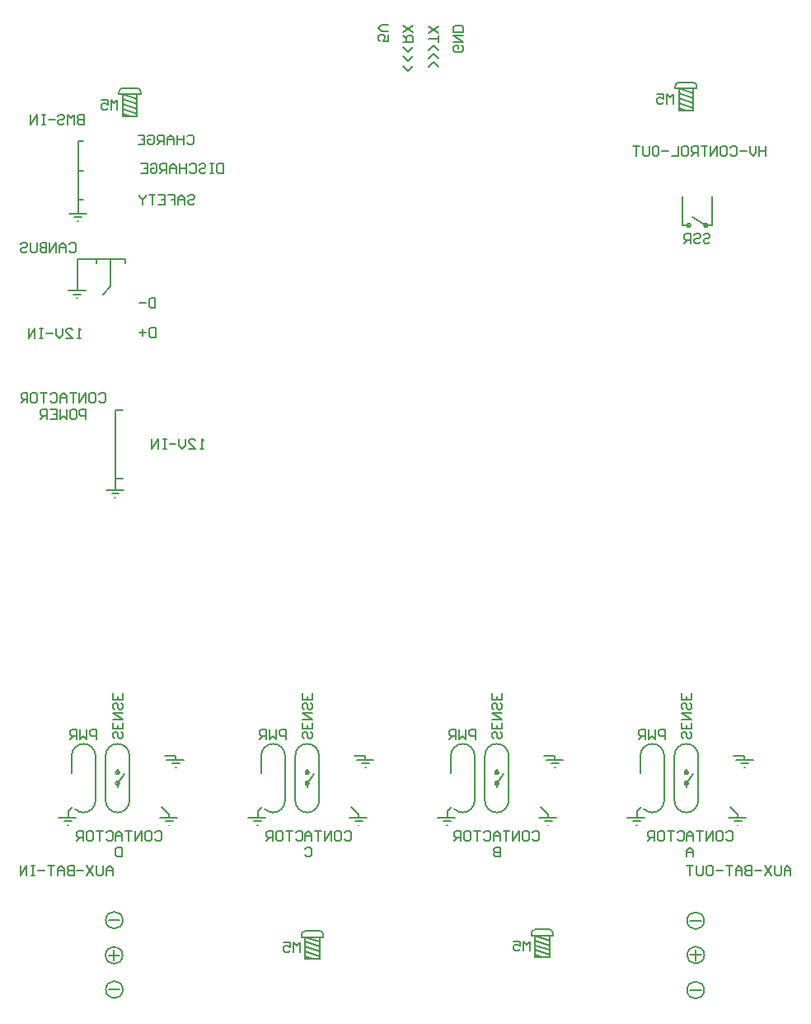
<source format=gbo>
G04 Layer_Color=32896*
%FSLAX25Y25*%
%MOIN*%
G70*
G01*
G75*
%ADD76C,0.00787*%
%ADD143C,0.00787*%
D76*
X278131Y185531D02*
G03*
X278131Y185531I-769J0D01*
G01*
X278131Y181201D02*
G03*
X278131Y181201I-769J0D01*
G01*
X431477Y185531D02*
G03*
X431477Y185531I-769J0D01*
G01*
X431477Y181201D02*
G03*
X431477Y181201I-769J0D01*
G01*
X508151Y185531D02*
G03*
X508151Y185531I-769J0D01*
G01*
X508151Y181201D02*
G03*
X508151Y181201I-769J0D01*
G01*
X493603Y169390D02*
G03*
X498425Y174213I0J4823D01*
G01*
X490242Y170782D02*
G03*
X493603Y169390I3360J3360D01*
G01*
X498425Y192323D02*
G03*
X493603Y197146I-4823J0D01*
G01*
X493603D02*
G03*
X488780Y192323I0J-4823D01*
G01*
X507382Y197146D02*
G03*
X502559Y192323I0J-4823D01*
G01*
X512205D02*
G03*
X507382Y197146I-4823J0D01*
G01*
Y169390D02*
G03*
X512205Y174213I0J4823D01*
G01*
X502559D02*
G03*
X507382Y169390I4823J0D01*
G01*
X416929D02*
G03*
X421752Y174213I0J4823D01*
G01*
X413569Y170782D02*
G03*
X416929Y169390I3360J3360D01*
G01*
X421752Y192323D02*
G03*
X416929Y197146I-4823J0D01*
G01*
X416929D02*
G03*
X412106Y192323I0J-4823D01*
G01*
X430709Y197146D02*
G03*
X425886Y192323I0J-4823D01*
G01*
X435532D02*
G03*
X430709Y197146I-4823J0D01*
G01*
Y169390D02*
G03*
X435532Y174213I0J4823D01*
G01*
X425886D02*
G03*
X430709Y169390I4823J0D01*
G01*
X354804Y181201D02*
G03*
X354804Y181201I-769J0D01*
G01*
X354804Y185531D02*
G03*
X354804Y185531I-769J0D01*
G01*
X340256Y169390D02*
G03*
X345079Y174213I0J4823D01*
G01*
X336895Y170782D02*
G03*
X340256Y169390I3360J3360D01*
G01*
X345079Y192323D02*
G03*
X340256Y197146I-4823J0D01*
G01*
X340256D02*
G03*
X335433Y192323I0J-4823D01*
G01*
X354035Y197146D02*
G03*
X349213Y192323I0J-4823D01*
G01*
X358858D02*
G03*
X354035Y197146I-4823J0D01*
G01*
Y169390D02*
G03*
X358858Y174213I0J4823D01*
G01*
X349213D02*
G03*
X354035Y169390I4823J0D01*
G01*
X272539Y174213D02*
G03*
X277362Y169390I4823J0D01*
G01*
X277362D02*
G03*
X282185Y174213I0J4823D01*
G01*
Y192323D02*
G03*
X277362Y197146I-4823J0D01*
G01*
X277362D02*
G03*
X272539Y192323I0J-4823D01*
G01*
X263583Y197146D02*
G03*
X258760Y192323I0J-4823D01*
G01*
X268406D02*
G03*
X263583Y197146I-4823J0D01*
G01*
X260222Y170782D02*
G03*
X263583Y169390I3360J3360D01*
G01*
D02*
G03*
X268406Y174213I0J4823D01*
G01*
X286713Y460532D02*
G03*
X285236Y462008I-1476J0D01*
G01*
X279429D02*
G03*
X277953Y460532I0J-1476D01*
G01*
X511614Y462795D02*
G03*
X510138Y464272I-1476J0D01*
G01*
X504331D02*
G03*
X502854Y462795I0J-1476D01*
G01*
X360569Y120079D02*
G03*
X359093Y121555I-1476J0D01*
G01*
X353286D02*
G03*
X351810Y120079I0J-1476D01*
G01*
X446161Y122146D02*
G03*
X444685Y120669I0J-1476D01*
G01*
X453445Y120669D02*
G03*
X451968Y122146I-1476J0D01*
G01*
X279370Y111713D02*
G03*
X279370Y111713I-3445J0D01*
G01*
X279468Y97834D02*
G03*
X279468Y97834I-3445J0D01*
G01*
Y125886D02*
G03*
X279468Y125886I-3445J0D01*
G01*
X514567Y97638D02*
G03*
X514567Y97638I-3445J0D01*
G01*
Y125689D02*
G03*
X514567Y125689I-3445J0D01*
G01*
X514665Y111811D02*
G03*
X514665Y111811I-3445J0D01*
G01*
X509135Y406595D02*
G03*
X509135Y406595I-769J0D01*
G01*
X516025D02*
G03*
X516025Y406595I-769J0D01*
G01*
X261319Y416831D02*
X263386D01*
X261319Y428642D02*
X263386D01*
X300738Y187697D02*
X301033D01*
X299459Y189272D02*
X302411D01*
X297293Y190748D02*
X304281D01*
X300787D02*
Y192323D01*
X296555D02*
X300787D01*
X377411Y187697D02*
X377707D01*
X376132Y189272D02*
X379085D01*
X373967Y190748D02*
X380955D01*
X377461D02*
Y192323D01*
X373228D02*
X377461D01*
X454085Y187697D02*
X454380D01*
X452805Y189272D02*
X455758D01*
X450640Y190748D02*
X457628D01*
X454134D02*
Y192323D01*
X449902D02*
X454134D01*
X277362Y179527D02*
Y181201D01*
X280020Y185039D01*
X277362Y185531D02*
Y187106D01*
X430709Y179527D02*
Y181201D01*
X433366Y185039D01*
X430709Y185531D02*
Y187106D01*
X507382Y179527D02*
Y181201D01*
X510039Y185039D01*
X507382Y185531D02*
Y187106D01*
X354035Y185531D02*
Y187106D01*
X483612Y167323D02*
X490600D01*
X485778Y165847D02*
X488730D01*
X487057Y164272D02*
X487352D01*
X493603Y169390D02*
X493603D01*
X493603D02*
X493603D01*
X493603Y197146D02*
X493603D01*
X498425Y174213D02*
Y192323D01*
X488780Y185433D02*
Y192323D01*
X512205Y174213D02*
Y192323D01*
X507382Y169390D02*
X507382D01*
X502559Y174213D02*
Y192323D01*
X487402Y167323D02*
Y169980D01*
X489173Y171752D01*
X406939Y167323D02*
X413927D01*
X409104Y165847D02*
X412057D01*
X410384Y164272D02*
X410679D01*
X416929Y169390D02*
X416929D01*
X416929D02*
X416929D01*
X416929Y197146D02*
X416929D01*
X421752Y174213D02*
Y192323D01*
X412106Y185433D02*
Y192323D01*
X435532Y174213D02*
Y192323D01*
X430709Y169390D02*
X430709D01*
X425886Y174213D02*
Y192323D01*
X410728Y167323D02*
Y169980D01*
X412500Y171752D01*
X354036Y181201D02*
X356693Y185039D01*
X354036Y179527D02*
Y181201D01*
X330266Y167323D02*
X337254D01*
X332431Y165847D02*
X335384D01*
X333711Y164272D02*
X334006D01*
X340256Y169390D02*
X340256D01*
X340256D02*
X340256D01*
X340256Y197146D02*
X340256D01*
X345079Y174213D02*
Y192323D01*
X335433Y185433D02*
Y192323D01*
X358858Y174213D02*
Y192323D01*
X354035Y169390D02*
X354035D01*
X349213Y174213D02*
Y192323D01*
X334055Y167323D02*
Y169980D01*
X335827Y171752D01*
X257382Y169980D02*
X259154Y171752D01*
X257382Y167323D02*
Y169980D01*
X272539Y174213D02*
Y192323D01*
X277362Y169390D02*
X277362D01*
X282185Y174213D02*
Y192323D01*
X258760Y185433D02*
Y192323D01*
X268406Y174213D02*
Y192323D01*
X263583Y197146D02*
X263583D01*
X263583Y169390D02*
X263583D01*
X263583D02*
X263583D01*
X276378Y304429D02*
X279429D01*
X276378Y331988D02*
X279429D01*
X279429Y451673D02*
X282333Y450689D01*
X504331Y453937D02*
X507234Y452953D01*
X353286Y111221D02*
X356189Y110236D01*
X446161Y111811D02*
X449065Y110827D01*
X279429Y462008D02*
X285236D01*
X286713Y459547D02*
Y460532D01*
X277953Y459547D02*
Y460532D01*
Y459547D02*
X286713D01*
X285236Y450689D02*
Y459547D01*
X279429Y450689D02*
Y459547D01*
Y450689D02*
X285236D01*
X279429Y459547D02*
X285236Y457579D01*
X279429D02*
X285236Y455610D01*
X279429D02*
X285236Y453642D01*
X279429D02*
X285236Y451673D01*
X504331Y464272D02*
X510138D01*
X511614Y461811D02*
Y462795D01*
X502854Y461811D02*
Y462795D01*
Y461811D02*
X511614D01*
X510138Y452953D02*
Y461811D01*
X504331Y452953D02*
Y461811D01*
Y452953D02*
X510138D01*
X504331Y461811D02*
X510138Y459842D01*
X504331D02*
X510138Y457874D01*
X504331D02*
X510138Y455905D01*
X504331D02*
X510138Y453937D01*
X353286Y121555D02*
X359093D01*
X360569Y119095D02*
Y120079D01*
X351810Y119095D02*
Y120079D01*
Y119095D02*
X360569D01*
X359093Y110236D02*
Y119095D01*
X353286Y110236D02*
Y119095D01*
Y110236D02*
X359093D01*
X353286Y119095D02*
X359093Y117126D01*
X353286D02*
X359093Y115157D01*
X353286D02*
X359093Y113189D01*
X353286D02*
X359093Y111221D01*
X446161Y113779D02*
X451968Y111811D01*
X446161Y115748D02*
X451968Y113779D01*
X446161Y117717D02*
X451968Y115748D01*
X446161Y119685D02*
X451968Y117717D01*
X446161Y110827D02*
X451968D01*
X446161D02*
Y119685D01*
X451968Y110827D02*
Y119685D01*
X444685D02*
X453445D01*
X444685D02*
Y120669D01*
X453445Y119685D02*
Y120669D01*
X446161Y122146D02*
X451968D01*
X257037Y164272D02*
X257333D01*
X255758Y165847D02*
X258711D01*
X253592Y167323D02*
X260581D01*
X297982Y164272D02*
X298277D01*
X296703Y165847D02*
X299655D01*
X294537Y167323D02*
X301525D01*
X298031D02*
Y168602D01*
X295079Y171555D02*
X298031Y168602D01*
X374656Y164272D02*
X374951D01*
X373376Y165847D02*
X376329D01*
X371211Y167323D02*
X378199D01*
X374705D02*
Y168602D01*
X371752Y171555D02*
X374705Y168602D01*
X451329Y164272D02*
X451624D01*
X450049Y165847D02*
X453002D01*
X447884Y167323D02*
X454872D01*
X451378D02*
Y168602D01*
X448425Y171555D02*
X451378Y168602D01*
X526575Y192323D02*
X530807D01*
Y190748D02*
Y192323D01*
X527313Y190748D02*
X534301D01*
X529478Y189272D02*
X532431D01*
X530758Y187697D02*
X531053D01*
X525098Y171555D02*
X528051Y168602D01*
Y167323D02*
Y168602D01*
X524557Y167323D02*
X531545D01*
X526722Y165847D02*
X529675D01*
X528002Y164272D02*
X528297D01*
X273661Y111713D02*
X278189D01*
X275925Y109449D02*
Y113976D01*
X273760Y97834D02*
X278287D01*
X273760Y125886D02*
X278287D01*
X508858Y97638D02*
X513386D01*
X508858Y125689D02*
X513386D01*
X511221Y109547D02*
Y114075D01*
X508957Y111811D02*
X513484D01*
X276378Y299705D02*
Y331988D01*
X276279Y296555D02*
X276575D01*
X275000Y298130D02*
X277953D01*
X272835Y299606D02*
X279823D01*
X509646Y409842D02*
X515256Y406595D01*
X505709D02*
X508366D01*
X515256D02*
X517913D01*
X505709D02*
Y418209D01*
X517913Y406595D02*
Y418209D01*
X268701Y391437D02*
Y392815D01*
X280512Y391437D02*
Y392815D01*
X274606D02*
X280512D01*
X261024Y380217D02*
Y392815D01*
X274606D01*
Y381791D02*
Y392815D01*
X271358Y378543D02*
X274606Y381791D01*
X257382Y380217D02*
X264370D01*
X259547Y378740D02*
X262500D01*
X260827Y377165D02*
X261122D01*
X261221Y408366D02*
X261516D01*
X259941Y409941D02*
X262894D01*
X257776Y411417D02*
X264764D01*
X261319D02*
Y440453D01*
X263386D01*
X445112Y161369D02*
X445768Y162025D01*
X447080D01*
X447736Y161369D01*
Y158745D01*
X447080Y158089D01*
X445768D01*
X445112Y158745D01*
X441833Y162025D02*
X443145D01*
X443800Y161369D01*
Y158745D01*
X443145Y158089D01*
X441833D01*
X441177Y158745D01*
Y161369D01*
X441833Y162025D01*
X439865Y158089D02*
Y162025D01*
X437241Y158089D01*
Y162025D01*
X435929D02*
X433305D01*
X434617D01*
Y158089D01*
X431993D02*
Y160713D01*
X430681Y162025D01*
X429369Y160713D01*
Y158089D01*
Y160057D01*
X431993D01*
X425434Y161369D02*
X426090Y162025D01*
X427402D01*
X428057Y161369D01*
Y158745D01*
X427402Y158089D01*
X426090D01*
X425434Y158745D01*
X424122Y162025D02*
X421498D01*
X422810D01*
Y158089D01*
X418218Y162025D02*
X419530D01*
X420186Y161369D01*
Y158745D01*
X419530Y158089D01*
X418218D01*
X417562Y158745D01*
Y161369D01*
X418218Y162025D01*
X416250Y158089D02*
Y162025D01*
X414282D01*
X413626Y161369D01*
Y160057D01*
X414282Y159401D01*
X416250D01*
X414938D02*
X413626Y158089D01*
X431993Y155412D02*
Y151476D01*
X430025D01*
X429369Y152132D01*
Y152788D01*
X430025Y153444D01*
X431993D01*
X430025D01*
X429369Y154100D01*
Y154756D01*
X430025Y155412D01*
X431993D01*
X292356Y161369D02*
X293012Y162025D01*
X294324D01*
X294980Y161369D01*
Y158745D01*
X294324Y158089D01*
X293012D01*
X292356Y158745D01*
X289077Y162025D02*
X290389D01*
X291045Y161369D01*
Y158745D01*
X290389Y158089D01*
X289077D01*
X288421Y158745D01*
Y161369D01*
X289077Y162025D01*
X287109Y158089D02*
Y162025D01*
X284485Y158089D01*
Y162025D01*
X283173D02*
X280549D01*
X281861D01*
Y158089D01*
X279237D02*
Y160713D01*
X277925Y162025D01*
X276613Y160713D01*
Y158089D01*
Y160057D01*
X279237D01*
X272678Y161369D02*
X273334Y162025D01*
X274646D01*
X275302Y161369D01*
Y158745D01*
X274646Y158089D01*
X273334D01*
X272678Y158745D01*
X271366Y162025D02*
X268742D01*
X270054D01*
Y158089D01*
X265462Y162025D02*
X266774D01*
X267430Y161369D01*
Y158745D01*
X266774Y158089D01*
X265462D01*
X264806Y158745D01*
Y161369D01*
X265462Y162025D01*
X263494Y158089D02*
Y162025D01*
X261526D01*
X260871Y161369D01*
Y160057D01*
X261526Y159401D01*
X263494D01*
X262182D02*
X260871Y158089D01*
X279237Y155412D02*
Y151476D01*
X277270D01*
X276613Y152132D01*
Y154756D01*
X277270Y155412D01*
X279237D01*
X523360Y161369D02*
X524016Y162025D01*
X525328D01*
X525984Y161369D01*
Y158745D01*
X525328Y158089D01*
X524016D01*
X523360Y158745D01*
X520081Y162025D02*
X521393D01*
X522049Y161369D01*
Y158745D01*
X521393Y158089D01*
X520081D01*
X519425Y158745D01*
Y161369D01*
X520081Y162025D01*
X518113Y158089D02*
Y162025D01*
X515489Y158089D01*
Y162025D01*
X514177D02*
X511553D01*
X512865D01*
Y158089D01*
X510241D02*
Y160713D01*
X508929Y162025D01*
X507618Y160713D01*
Y158089D01*
Y160057D01*
X510241D01*
X503682Y161369D02*
X504338Y162025D01*
X505650D01*
X506306Y161369D01*
Y158745D01*
X505650Y158089D01*
X504338D01*
X503682Y158745D01*
X502370Y162025D02*
X499746D01*
X501058D01*
Y158089D01*
X496466Y162025D02*
X497778D01*
X498434Y161369D01*
Y158745D01*
X497778Y158089D01*
X496466D01*
X495810Y158745D01*
Y161369D01*
X496466Y162025D01*
X494498Y158089D02*
Y162025D01*
X492530D01*
X491875Y161369D01*
Y160057D01*
X492530Y159401D01*
X494498D01*
X493186D02*
X491875Y158089D01*
X510241Y151476D02*
Y154100D01*
X508929Y155412D01*
X507618Y154100D01*
Y151476D01*
Y153444D01*
X510241D01*
X514308Y402591D02*
X514964Y403247D01*
X516276D01*
X516932Y402591D01*
Y401935D01*
X516276Y401279D01*
X514964D01*
X514308Y400623D01*
Y399967D01*
X514964Y399311D01*
X516276D01*
X516932Y399967D01*
X510372Y402591D02*
X511028Y403247D01*
X512340D01*
X512996Y402591D01*
Y401935D01*
X512340Y401279D01*
X511028D01*
X510372Y400623D01*
Y399967D01*
X511028Y399311D01*
X512340D01*
X512996Y399967D01*
X509060Y399311D02*
Y403247D01*
X507092D01*
X506436Y402591D01*
Y401279D01*
X507092Y400623D01*
X509060D01*
X507748D02*
X506436Y399311D01*
X369030Y161369D02*
X369686Y162025D01*
X370998D01*
X371654Y161369D01*
Y158745D01*
X370998Y158089D01*
X369686D01*
X369030Y158745D01*
X365750Y162025D02*
X367062D01*
X367718Y161369D01*
Y158745D01*
X367062Y158089D01*
X365750D01*
X365094Y158745D01*
Y161369D01*
X365750Y162025D01*
X363782Y158089D02*
Y162025D01*
X361158Y158089D01*
Y162025D01*
X359846D02*
X357223D01*
X358534D01*
Y158089D01*
X355911D02*
Y160713D01*
X354599Y162025D01*
X353287Y160713D01*
Y158089D01*
Y160057D01*
X355911D01*
X349351Y161369D02*
X350007Y162025D01*
X351319D01*
X351975Y161369D01*
Y158745D01*
X351319Y158089D01*
X350007D01*
X349351Y158745D01*
X348039Y162025D02*
X345415D01*
X346727D01*
Y158089D01*
X342136Y162025D02*
X343447D01*
X344103Y161369D01*
Y158745D01*
X343447Y158089D01*
X342136D01*
X341480Y158745D01*
Y161369D01*
X342136Y162025D01*
X340168Y158089D02*
Y162025D01*
X338200D01*
X337544Y161369D01*
Y160057D01*
X338200Y159401D01*
X340168D01*
X338856D02*
X337544Y158089D01*
X353287Y154756D02*
X353943Y155412D01*
X355255D01*
X355911Y154756D01*
Y152132D01*
X355255Y151476D01*
X353943D01*
X353287Y152132D01*
X269817Y338239D02*
X270473Y338895D01*
X271785D01*
X272441Y338239D01*
Y335615D01*
X271785Y334959D01*
X270473D01*
X269817Y335615D01*
X266537Y338895D02*
X267849D01*
X268505Y338239D01*
Y335615D01*
X267849Y334959D01*
X266537D01*
X265881Y335615D01*
Y338239D01*
X266537Y338895D01*
X264569Y334959D02*
Y338895D01*
X261946Y334959D01*
Y338895D01*
X260634D02*
X258010D01*
X259322D01*
Y334959D01*
X256698D02*
Y337583D01*
X255386Y338895D01*
X254074Y337583D01*
Y334959D01*
Y336927D01*
X256698D01*
X250138Y338239D02*
X250794Y338895D01*
X252106D01*
X252762Y338239D01*
Y335615D01*
X252106Y334959D01*
X250794D01*
X250138Y335615D01*
X248827Y338895D02*
X246203D01*
X247515D01*
Y334959D01*
X242923Y338895D02*
X244235D01*
X244891Y338239D01*
Y335615D01*
X244235Y334959D01*
X242923D01*
X242267Y335615D01*
Y338239D01*
X242923Y338895D01*
X240955Y334959D02*
Y338895D01*
X238987D01*
X238331Y338239D01*
Y336927D01*
X238987Y336271D01*
X240955D01*
X239643D02*
X238331Y334959D01*
X264569Y328346D02*
Y332282D01*
X262602D01*
X261946Y331626D01*
Y330314D01*
X262602Y329658D01*
X264569D01*
X258666Y332282D02*
X259978D01*
X260634Y331626D01*
Y329002D01*
X259978Y328346D01*
X258666D01*
X258010Y329002D01*
Y331626D01*
X258666Y332282D01*
X256698D02*
Y328346D01*
X255386Y329658D01*
X254074Y328346D01*
Y332282D01*
X250138D02*
X252762D01*
Y328346D01*
X250138D01*
X252762Y330314D02*
X251450D01*
X248827Y328346D02*
Y332282D01*
X246859D01*
X246203Y331626D01*
Y330314D01*
X246859Y329658D01*
X248827D01*
X247515D02*
X246203Y328346D01*
X278673Y201836D02*
X279329Y201181D01*
Y199869D01*
X278673Y199213D01*
X278017D01*
X277361Y199869D01*
Y201181D01*
X276706Y201836D01*
X276050D01*
X275394Y201181D01*
Y199869D01*
X276050Y199213D01*
X279329Y205772D02*
Y203148D01*
X275394D01*
Y205772D01*
X277361Y203148D02*
Y204460D01*
X275394Y207084D02*
X279329D01*
X275394Y209708D01*
X279329D01*
X278673Y213644D02*
X279329Y212988D01*
Y211676D01*
X278673Y211020D01*
X278017D01*
X277361Y211676D01*
Y212988D01*
X276706Y213644D01*
X276050D01*
X275394Y212988D01*
Y211676D01*
X276050Y211020D01*
X279329Y217579D02*
Y214955D01*
X275394D01*
Y217579D01*
X277361Y214955D02*
Y216267D01*
X355347Y201836D02*
X356003Y201181D01*
Y199869D01*
X355347Y199213D01*
X354691D01*
X354035Y199869D01*
Y201181D01*
X353379Y201836D01*
X352723D01*
X352067Y201181D01*
Y199869D01*
X352723Y199213D01*
X356003Y205772D02*
Y203148D01*
X352067D01*
Y205772D01*
X354035Y203148D02*
Y204460D01*
X352067Y207084D02*
X356003D01*
X352067Y209708D01*
X356003D01*
X355347Y213644D02*
X356003Y212988D01*
Y211676D01*
X355347Y211020D01*
X354691D01*
X354035Y211676D01*
Y212988D01*
X353379Y213644D01*
X352723D01*
X352067Y212988D01*
Y211676D01*
X352723Y211020D01*
X356003Y217579D02*
Y214955D01*
X352067D01*
Y217579D01*
X354035Y214955D02*
Y216267D01*
X432020Y201836D02*
X432676Y201181D01*
Y199869D01*
X432020Y199213D01*
X431364D01*
X430708Y199869D01*
Y201181D01*
X430052Y201836D01*
X429396D01*
X428740Y201181D01*
Y199869D01*
X429396Y199213D01*
X432676Y205772D02*
Y203148D01*
X428740D01*
Y205772D01*
X430708Y203148D02*
Y204460D01*
X428740Y207084D02*
X432676D01*
X428740Y209708D01*
X432676D01*
X432020Y213644D02*
X432676Y212988D01*
Y211676D01*
X432020Y211020D01*
X431364D01*
X430708Y211676D01*
Y212988D01*
X430052Y213644D01*
X429396D01*
X428740Y212988D01*
Y211676D01*
X429396Y211020D01*
X432676Y217579D02*
Y214955D01*
X428740D01*
Y217579D01*
X430708Y214955D02*
Y216267D01*
X277264Y453346D02*
Y457282D01*
X275952Y455970D01*
X274640Y457282D01*
Y453346D01*
X270704Y457282D02*
X273328D01*
Y455314D01*
X272016Y455970D01*
X271360D01*
X270704Y455314D01*
Y454002D01*
X271360Y453346D01*
X272672D01*
X273328Y454002D01*
X502165Y455610D02*
Y459546D01*
X500853Y458234D01*
X499542Y459546D01*
Y455610D01*
X495606Y459546D02*
X498230D01*
Y457578D01*
X496918Y458234D01*
X496262D01*
X495606Y457578D01*
Y456266D01*
X496262Y455610D01*
X497574D01*
X498230Y456266D01*
X351121Y112894D02*
Y116829D01*
X349809Y115517D01*
X348497Y116829D01*
Y112894D01*
X344561Y116829D02*
X347185D01*
Y114862D01*
X345873Y115517D01*
X345217D01*
X344561Y114862D01*
Y113550D01*
X345217Y112894D01*
X346529D01*
X347185Y113550D01*
X443996Y113484D02*
Y117420D01*
X442684Y116108D01*
X441372Y117420D01*
Y113484D01*
X437436Y117420D02*
X440060D01*
Y115452D01*
X438748Y116108D01*
X438093D01*
X437436Y115452D01*
Y114140D01*
X438093Y113484D01*
X439404D01*
X440060Y114140D01*
X268701Y198917D02*
Y202853D01*
X266733D01*
X266077Y202197D01*
Y200885D01*
X266733Y200229D01*
X268701D01*
X264765Y202853D02*
Y198917D01*
X263453Y200229D01*
X262141Y198917D01*
Y202853D01*
X260829Y198917D02*
Y202853D01*
X258861D01*
X258205Y202197D01*
Y200885D01*
X258861Y200229D01*
X260829D01*
X259517D02*
X258205Y198917D01*
X345374D02*
Y202853D01*
X343406D01*
X342750Y202197D01*
Y200885D01*
X343406Y200229D01*
X345374D01*
X341438Y202853D02*
Y198917D01*
X340126Y200229D01*
X338814Y198917D01*
Y202853D01*
X337503Y198917D02*
Y202853D01*
X335535D01*
X334879Y202197D01*
Y200885D01*
X335535Y200229D01*
X337503D01*
X336191D02*
X334879Y198917D01*
X422047D02*
Y202853D01*
X420079D01*
X419423Y202197D01*
Y200885D01*
X420079Y200229D01*
X422047D01*
X418112Y202853D02*
Y198917D01*
X416800Y200229D01*
X415488Y198917D01*
Y202853D01*
X414176Y198917D02*
Y202853D01*
X412208D01*
X411552Y202197D01*
Y200885D01*
X412208Y200229D01*
X414176D01*
X412864D02*
X411552Y198917D01*
X498721D02*
Y202853D01*
X496753D01*
X496097Y202197D01*
Y200885D01*
X496753Y200229D01*
X498721D01*
X494785Y202853D02*
Y198917D01*
X493473Y200229D01*
X492161Y198917D01*
Y202853D01*
X490849Y198917D02*
Y202853D01*
X488881D01*
X488225Y202197D01*
Y200885D01*
X488881Y200229D01*
X490849D01*
X489537D02*
X488225Y198917D01*
X508693Y201836D02*
X509349Y201181D01*
Y199869D01*
X508693Y199213D01*
X508037D01*
X507381Y199869D01*
Y201181D01*
X506725Y201836D01*
X506069D01*
X505413Y201181D01*
Y199869D01*
X506069Y199213D01*
X509349Y205772D02*
Y203148D01*
X505413D01*
Y205772D01*
X507381Y203148D02*
Y204460D01*
X505413Y207084D02*
X509349D01*
X505413Y209708D01*
X509349D01*
X508693Y213644D02*
X509349Y212988D01*
Y211676D01*
X508693Y211020D01*
X508037D01*
X507381Y211676D01*
Y212988D01*
X506725Y213644D01*
X506069D01*
X505413Y212988D01*
Y211676D01*
X506069Y211020D01*
X509349Y217579D02*
Y214955D01*
X505413D01*
Y217579D01*
X507381Y214955D02*
Y216267D01*
X549606Y143898D02*
Y146521D01*
X548294Y147833D01*
X546982Y146521D01*
Y143898D01*
Y145865D01*
X549606D01*
X545671Y147833D02*
Y144554D01*
X545015Y143898D01*
X543703D01*
X543047Y144554D01*
Y147833D01*
X541735D02*
X539111Y143898D01*
Y147833D02*
X541735Y143898D01*
X537799Y145865D02*
X535175D01*
X533863Y147833D02*
Y143898D01*
X531895D01*
X531240Y144554D01*
Y145210D01*
X531895Y145865D01*
X533863D01*
X531895D01*
X531240Y146521D01*
Y147177D01*
X531895Y147833D01*
X533863D01*
X529928Y143898D02*
Y146521D01*
X528616Y147833D01*
X527304Y146521D01*
Y143898D01*
Y145865D01*
X529928D01*
X525992Y147833D02*
X523368D01*
X524680D01*
Y143898D01*
X522056Y145865D02*
X519432D01*
X516152Y147833D02*
X517464D01*
X518120Y147177D01*
Y144554D01*
X517464Y143898D01*
X516152D01*
X515497Y144554D01*
Y147177D01*
X516152Y147833D01*
X514185D02*
Y144554D01*
X513529Y143898D01*
X512217D01*
X511561Y144554D01*
Y147833D01*
X510249D02*
X507625D01*
X508937D01*
Y143898D01*
X275394D02*
Y146521D01*
X274082Y147833D01*
X272770Y146521D01*
Y143898D01*
Y145865D01*
X275394D01*
X271458Y147833D02*
Y144554D01*
X270802Y143898D01*
X269490D01*
X268834Y144554D01*
Y147833D01*
X267522D02*
X264898Y143898D01*
Y147833D02*
X267522Y143898D01*
X263586Y145865D02*
X260963D01*
X259651Y147833D02*
Y143898D01*
X257683D01*
X257027Y144554D01*
Y145210D01*
X257683Y145865D01*
X259651D01*
X257683D01*
X257027Y146521D01*
Y147177D01*
X257683Y147833D01*
X259651D01*
X255715Y143898D02*
Y146521D01*
X254403Y147833D01*
X253091Y146521D01*
Y143898D01*
Y145865D01*
X255715D01*
X251779Y147833D02*
X249155D01*
X250467D01*
Y143898D01*
X247844Y145865D02*
X245220D01*
X243908Y147833D02*
X242596D01*
X243252D01*
Y143898D01*
X243908D01*
X242596D01*
X240628D02*
Y147833D01*
X238004Y143898D01*
Y147833D01*
X386711Y483529D02*
Y480905D01*
X384743D01*
X385399Y482217D01*
Y482873D01*
X384743Y483529D01*
X383432D01*
X382776Y482873D01*
Y481562D01*
X383432Y480905D01*
X386711Y484841D02*
X384087D01*
X382776Y486153D01*
X384087Y487465D01*
X386711D01*
X416370Y479395D02*
X417026Y478740D01*
Y477428D01*
X416370Y476772D01*
X413747D01*
X413091Y477428D01*
Y478740D01*
X413747Y479395D01*
X415058D01*
Y478084D01*
X413091Y480707D02*
X417026D01*
X413091Y483331D01*
X417026D01*
Y484643D02*
X413091D01*
Y486611D01*
X413747Y487267D01*
X416370D01*
X417026Y486611D01*
Y484643D01*
X392717Y470865D02*
X394684Y468898D01*
X396652Y470865D01*
X392717Y474801D02*
X394684Y472833D01*
X396652Y474801D01*
X392717Y478737D02*
X394684Y476769D01*
X396652Y478737D01*
X392717Y480705D02*
X396652D01*
Y482673D01*
X395996Y483329D01*
X394684D01*
X394028Y482673D01*
Y480705D01*
Y482017D02*
X392717Y483329D01*
X396652Y484641D02*
X392717Y487264D01*
X396652D02*
X392717Y484641D01*
X403051Y470669D02*
X405019Y472637D01*
X406987Y470669D01*
X403051Y473949D02*
X405019Y475917D01*
X406987Y473949D01*
X403051Y477229D02*
X405019Y479197D01*
X406987Y477229D01*
Y480509D02*
Y483132D01*
Y481820D01*
X403051D01*
X406987Y484444D02*
X403051Y487068D01*
X406987D02*
X403051Y484444D01*
X312106Y316240D02*
X310794D01*
X311450D01*
Y320176D01*
X312106Y319520D01*
X306203Y316240D02*
X308826D01*
X306203Y318864D01*
Y319520D01*
X306859Y320176D01*
X308171D01*
X308826Y319520D01*
X304891Y320176D02*
Y317552D01*
X303579Y316240D01*
X302267Y317552D01*
Y320176D01*
X300955Y318208D02*
X298331D01*
X297019Y320176D02*
X295707D01*
X296363D01*
Y316240D01*
X297019D01*
X295707D01*
X293740D02*
Y320176D01*
X291116Y316240D01*
Y320176D01*
X539567Y438581D02*
Y434646D01*
Y436614D01*
X536943D01*
Y438581D01*
Y434646D01*
X535631Y438581D02*
Y435958D01*
X534319Y434646D01*
X533007Y435958D01*
Y438581D01*
X531695Y436614D02*
X529072D01*
X525136Y437925D02*
X525792Y438581D01*
X527104D01*
X527760Y437925D01*
Y435302D01*
X527104Y434646D01*
X525792D01*
X525136Y435302D01*
X521856Y438581D02*
X523168D01*
X523824Y437925D01*
Y435302D01*
X523168Y434646D01*
X521856D01*
X521200Y435302D01*
Y437925D01*
X521856Y438581D01*
X519888Y434646D02*
Y438581D01*
X517264Y434646D01*
Y438581D01*
X515952D02*
X513329D01*
X514641D01*
Y434646D01*
X512017D02*
Y438581D01*
X510049D01*
X509393Y437925D01*
Y436614D01*
X510049Y435958D01*
X512017D01*
X510705D02*
X509393Y434646D01*
X506113Y438581D02*
X507425D01*
X508081Y437925D01*
Y435302D01*
X507425Y434646D01*
X506113D01*
X505457Y435302D01*
Y437925D01*
X506113Y438581D01*
X504145D02*
Y434646D01*
X501521D01*
X500210Y436614D02*
X497586D01*
X494306Y438581D02*
X495618D01*
X496274Y437925D01*
Y435302D01*
X495618Y434646D01*
X494306D01*
X493650Y435302D01*
Y437925D01*
X494306Y438581D01*
X492338D02*
Y435302D01*
X491682Y434646D01*
X490370D01*
X489714Y435302D01*
Y438581D01*
X488402D02*
X485779D01*
X487090D01*
Y434646D01*
X305742Y418142D02*
X306398Y418798D01*
X307710D01*
X308366Y418142D01*
Y417486D01*
X307710Y416830D01*
X306398D01*
X305742Y416174D01*
Y415518D01*
X306398Y414862D01*
X307710D01*
X308366Y415518D01*
X304430Y414862D02*
Y417486D01*
X303118Y418798D01*
X301807Y417486D01*
Y414862D01*
Y416830D01*
X304430D01*
X297871Y418798D02*
X300495D01*
Y416830D01*
X299183D01*
X300495D01*
Y414862D01*
X293935Y418798D02*
X296559D01*
Y414862D01*
X293935D01*
X296559Y416830D02*
X295247D01*
X292623Y418798D02*
X289999D01*
X291311D01*
Y414862D01*
X288687Y418798D02*
Y418142D01*
X287375Y416830D01*
X286064Y418142D01*
Y418798D01*
X287375Y416830D02*
Y414862D01*
X320177Y431495D02*
Y427559D01*
X318209D01*
X317553Y428215D01*
Y430839D01*
X318209Y431495D01*
X320177D01*
X316241D02*
X314930D01*
X315585D01*
Y427559D01*
X316241D01*
X314930D01*
X310338Y430839D02*
X310994Y431495D01*
X312306D01*
X312962Y430839D01*
Y430183D01*
X312306Y429527D01*
X310994D01*
X310338Y428871D01*
Y428215D01*
X310994Y427559D01*
X312306D01*
X312962Y428215D01*
X306402Y430839D02*
X307058Y431495D01*
X308370D01*
X309026Y430839D01*
Y428215D01*
X308370Y427559D01*
X307058D01*
X306402Y428215D01*
X305090Y431495D02*
Y427559D01*
Y429527D01*
X302466D01*
Y431495D01*
Y427559D01*
X301154D02*
Y430183D01*
X299843Y431495D01*
X298531Y430183D01*
Y427559D01*
Y429527D01*
X301154D01*
X297219Y427559D02*
Y431495D01*
X295251D01*
X294595Y430839D01*
Y429527D01*
X295251Y428871D01*
X297219D01*
X295907D02*
X294595Y427559D01*
X290659Y430839D02*
X291315Y431495D01*
X292627D01*
X293283Y430839D01*
Y428215D01*
X292627Y427559D01*
X291315D01*
X290659Y428215D01*
Y429527D01*
X291971D01*
X286723Y431495D02*
X289347D01*
Y427559D01*
X286723D01*
X289347Y429527D02*
X288035D01*
X305349Y442453D02*
X306005Y443109D01*
X307316D01*
X307972Y442453D01*
Y439829D01*
X307316Y439173D01*
X306005D01*
X305349Y439829D01*
X304037Y443109D02*
Y439173D01*
Y441141D01*
X301413D01*
Y443109D01*
Y439173D01*
X300101D02*
Y441797D01*
X298789Y443109D01*
X297477Y441797D01*
Y439173D01*
Y441141D01*
X300101D01*
X296165Y439173D02*
Y443109D01*
X294197D01*
X293541Y442453D01*
Y441141D01*
X294197Y440485D01*
X296165D01*
X294853D02*
X293541Y439173D01*
X289606Y442453D02*
X290262Y443109D01*
X291574D01*
X292230Y442453D01*
Y439829D01*
X291574Y439173D01*
X290262D01*
X289606Y439829D01*
Y441141D01*
X290918D01*
X285670Y443109D02*
X288294D01*
Y439173D01*
X285670D01*
X288294Y441141D02*
X286982D01*
X263779Y451180D02*
Y447244D01*
X261812D01*
X261156Y447900D01*
Y448556D01*
X261812Y449212D01*
X263779D01*
X261812D01*
X261156Y449868D01*
Y450524D01*
X261812Y451180D01*
X263779D01*
X259844Y447244D02*
Y451180D01*
X258532Y449868D01*
X257220Y451180D01*
Y447244D01*
X253284Y450524D02*
X253940Y451180D01*
X255252D01*
X255908Y450524D01*
Y449868D01*
X255252Y449212D01*
X253940D01*
X253284Y448556D01*
Y447900D01*
X253940Y447244D01*
X255252D01*
X255908Y447900D01*
X251972Y449212D02*
X249348D01*
X248037Y451180D02*
X246725D01*
X247381D01*
Y447244D01*
X248037D01*
X246725D01*
X244757D02*
Y451180D01*
X242133Y447244D01*
Y451180D01*
X257809Y398851D02*
X258465Y399507D01*
X259777D01*
X260433Y398851D01*
Y396227D01*
X259777Y395571D01*
X258465D01*
X257809Y396227D01*
X256497Y395571D02*
Y398195D01*
X255185Y399507D01*
X253873Y398195D01*
Y395571D01*
Y397539D01*
X256497D01*
X252562Y395571D02*
Y399507D01*
X249938Y395571D01*
Y399507D01*
X248626D02*
Y395571D01*
X246658D01*
X246002Y396227D01*
Y396883D01*
X246658Y397539D01*
X248626D01*
X246658D01*
X246002Y398195D01*
Y398851D01*
X246658Y399507D01*
X248626D01*
X244690D02*
Y396227D01*
X244034Y395571D01*
X242722D01*
X242066Y396227D01*
Y399507D01*
X238130Y398851D02*
X238787Y399507D01*
X240098D01*
X240754Y398851D01*
Y398195D01*
X240098Y397539D01*
X238787D01*
X238130Y396883D01*
Y396227D01*
X238787Y395571D01*
X240098D01*
X240754Y396227D01*
X292618Y377361D02*
Y373425D01*
X290650D01*
X289994Y374081D01*
Y376705D01*
X290650Y377361D01*
X292618D01*
X288682Y375393D02*
X286059D01*
X292717Y365156D02*
Y361221D01*
X290749D01*
X290093Y361876D01*
Y364500D01*
X290749Y365156D01*
X292717D01*
X288781Y363188D02*
X286157D01*
X287469Y364500D02*
Y361876D01*
X262303Y361024D02*
X260991D01*
X261647D01*
Y364959D01*
X262303Y364303D01*
X256399Y361024D02*
X259023D01*
X256399Y363647D01*
Y364303D01*
X257055Y364959D01*
X258367D01*
X259023Y364303D01*
X255088Y364959D02*
Y362335D01*
X253776Y361024D01*
X252464Y362335D01*
Y364959D01*
X251152Y362991D02*
X248528D01*
X247216Y364959D02*
X245904D01*
X246560D01*
Y361024D01*
X247216D01*
X245904D01*
X243936D02*
Y364959D01*
X241313Y361024D01*
Y364959D01*
D143*
X502559Y192323D02*
D03*
X425886D02*
D03*
X349213D02*
D03*
X272539D02*
D03*
M02*

</source>
